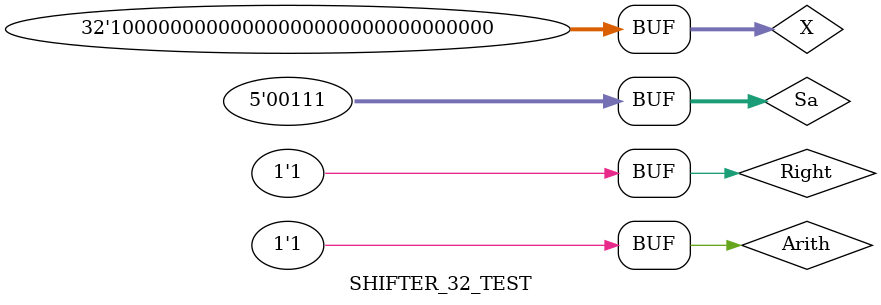
<source format=v>
`timescale 1ns / 1ps


module SHIFTER_32(X,Sa,Arith,Right,Sh);
    input [31:0] X;
    input [4:0] Sa;
    input Arith,Right;
    output [31:0] Sh;
    wire [31:0] T4,S4,T3,S3,T2,S2,T1,S1,T0;
    wire a = X[31]&Arith;
    wire [15:0]e = {16{a}};
    parameter z = 16'b0;
    wire [31:0] L1u,L1d,L2u,L2d,L3u,L3d,L4u,L4d,L5u,L5d;
    
    assign L1u = {X[15:0],z};
    assign L1d = {e,X[31:16]};
    MUX2X32 M1l(L1u,L1d,Right,T4);
    MUX2X32 M1D(X,T4,Sa[4],S4);
    
    assign L2u = {S4[23:0],z[7:0]};
    assign L2d = {e[7:0],S4[31:8]};
    MUX2X32 M2l(L2u,L2d,Right,T3);
    MUX2X32 M2D(S4,T3,Sa[3],S3);
    
    assign L3u = {S3[27:0],z[3:0]};
    assign L3d = {e[3:0],S3[31:4]};
    MUX2X32 M3l(L3u,L3d,Right,T2);
    MUX2X32 M3D(S3,T2,Sa[2],S2);
    
    assign L4u = {S2[29:0],z[1:0]};
    assign L4d = {e[1:0],S2[31:2]};
    MUX2X32 M4l(L4u,L4d,Right,T1);
    MUX2X32 M4D(S2,T1,Sa[1],S1);
    
    assign L5u = {S1[30:0],z[0]};
    assign L5d = {e[0],S1[31:1]};
    MUX2X32 M5l(L5u,L5d,Right,T0);
    MUX2X32 M5D(S1,T0,Sa[0],Sh);
endmodule


module SHIFTER_32_TEST;
reg [31:0] X;
reg [4:0] Sa;
reg Arith,Right;
wire [31:0] Sh;
SHIFTER_32 shifter_test( .X(X), .Sa(Sa), .Arith(Arith), .Right(Right), .Sh(Sh));
    initial begin
      X = 'b00000000000000000000000000000001;
      Sa = 'b00111;
      Arith = 0;
      Right = 0;
      
      #20;
      
      X = 'b00000000000000000000000000000001;
      Sa = 'b00111;
      Arith = 1;
      Right = 0;
            
      #20;
            
      X = 'b10000000000000000000000000000000;
      Sa = 'b00111;
      Arith = 0;
      Right = 1;
      
      #20;
      
      X = 'b10000000000000000000000000000000;
      Sa = 'b00111;
      Arith = 1;
      Right = 1;
      
    end
endmodule

</source>
